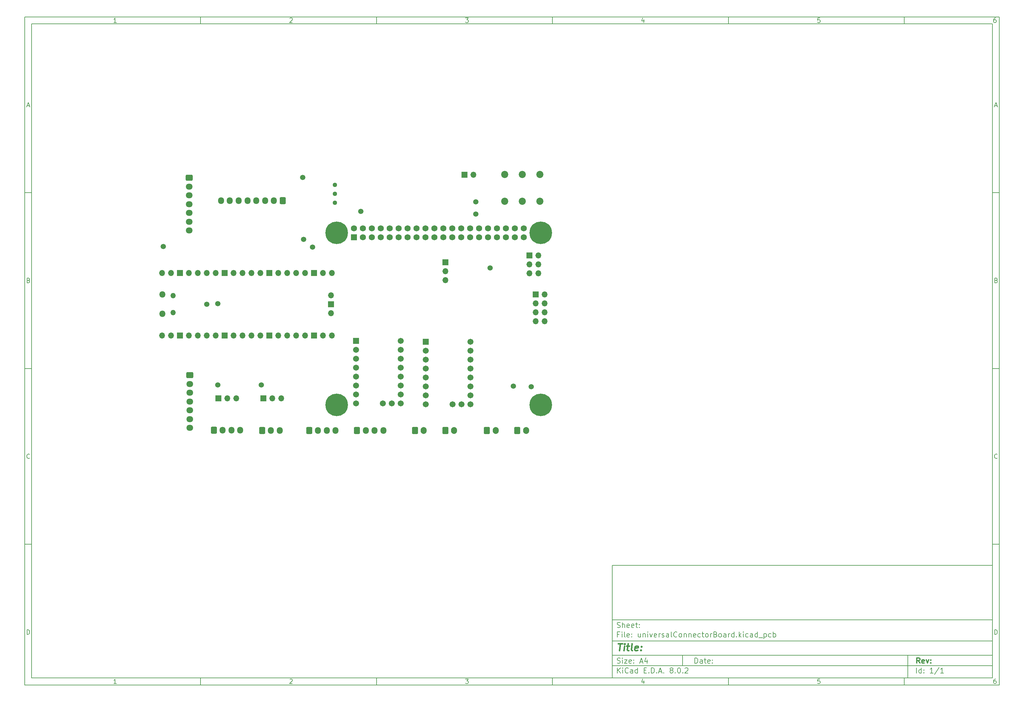
<source format=gbs>
G04 #@! TF.GenerationSoftware,KiCad,Pcbnew,8.0.2*
G04 #@! TF.CreationDate,2024-05-26T03:41:07+02:00*
G04 #@! TF.ProjectId,universalConnectorBoard,756e6976-6572-4736-916c-436f6e6e6563,rev?*
G04 #@! TF.SameCoordinates,Original*
G04 #@! TF.FileFunction,Soldermask,Bot*
G04 #@! TF.FilePolarity,Negative*
%FSLAX46Y46*%
G04 Gerber Fmt 4.6, Leading zero omitted, Abs format (unit mm)*
G04 Created by KiCad (PCBNEW 8.0.2) date 2024-05-26 03:41:07*
%MOMM*%
%LPD*%
G01*
G04 APERTURE LIST*
G04 Aperture macros list*
%AMRoundRect*
0 Rectangle with rounded corners*
0 $1 Rounding radius*
0 $2 $3 $4 $5 $6 $7 $8 $9 X,Y pos of 4 corners*
0 Add a 4 corners polygon primitive as box body*
4,1,4,$2,$3,$4,$5,$6,$7,$8,$9,$2,$3,0*
0 Add four circle primitives for the rounded corners*
1,1,$1+$1,$2,$3*
1,1,$1+$1,$4,$5*
1,1,$1+$1,$6,$7*
1,1,$1+$1,$8,$9*
0 Add four rect primitives between the rounded corners*
20,1,$1+$1,$2,$3,$4,$5,0*
20,1,$1+$1,$4,$5,$6,$7,0*
20,1,$1+$1,$6,$7,$8,$9,0*
20,1,$1+$1,$8,$9,$2,$3,0*%
G04 Aperture macros list end*
%ADD10C,0.100000*%
%ADD11C,0.150000*%
%ADD12C,0.300000*%
%ADD13C,0.400000*%
%ADD14O,1.800000X1.800000*%
%ADD15O,1.500000X1.500000*%
%ADD16O,1.700000X1.700000*%
%ADD17R,1.700000X1.700000*%
%ADD18C,1.280000*%
%ADD19RoundRect,0.102000X-0.762000X-0.762000X0.762000X-0.762000X0.762000X0.762000X-0.762000X0.762000X0*%
%ADD20C,1.728000*%
%ADD21C,6.404000*%
%ADD22RoundRect,0.250000X-0.725000X0.600000X-0.725000X-0.600000X0.725000X-0.600000X0.725000X0.600000X0*%
%ADD23O,1.950000X1.700000*%
%ADD24RoundRect,0.250000X-0.600000X-0.750000X0.600000X-0.750000X0.600000X0.750000X-0.600000X0.750000X0*%
%ADD25O,1.700000X2.000000*%
%ADD26RoundRect,0.250000X-0.600000X-0.725000X0.600000X-0.725000X0.600000X0.725000X-0.600000X0.725000X0*%
%ADD27O,1.700000X1.950000*%
%ADD28RoundRect,0.250000X0.600000X0.725000X-0.600000X0.725000X-0.600000X-0.725000X0.600000X-0.725000X0*%
%ADD29C,2.025000*%
%ADD30RoundRect,0.102000X-0.754000X-0.754000X0.754000X-0.754000X0.754000X0.754000X-0.754000X0.754000X0*%
%ADD31C,1.712000*%
%ADD32C,1.500000*%
G04 APERTURE END LIST*
D10*
D11*
X177002200Y-166007200D02*
X285002200Y-166007200D01*
X285002200Y-198007200D01*
X177002200Y-198007200D01*
X177002200Y-166007200D01*
D10*
D11*
X10000000Y-10000000D02*
X287002200Y-10000000D01*
X287002200Y-200007200D01*
X10000000Y-200007200D01*
X10000000Y-10000000D01*
D10*
D11*
X12000000Y-12000000D02*
X285002200Y-12000000D01*
X285002200Y-198007200D01*
X12000000Y-198007200D01*
X12000000Y-12000000D01*
D10*
D11*
X60000000Y-12000000D02*
X60000000Y-10000000D01*
D10*
D11*
X110000000Y-12000000D02*
X110000000Y-10000000D01*
D10*
D11*
X160000000Y-12000000D02*
X160000000Y-10000000D01*
D10*
D11*
X210000000Y-12000000D02*
X210000000Y-10000000D01*
D10*
D11*
X260000000Y-12000000D02*
X260000000Y-10000000D01*
D10*
D11*
X36089160Y-11593604D02*
X35346303Y-11593604D01*
X35717731Y-11593604D02*
X35717731Y-10293604D01*
X35717731Y-10293604D02*
X35593922Y-10479319D01*
X35593922Y-10479319D02*
X35470112Y-10603128D01*
X35470112Y-10603128D02*
X35346303Y-10665033D01*
D10*
D11*
X85346303Y-10417414D02*
X85408207Y-10355509D01*
X85408207Y-10355509D02*
X85532017Y-10293604D01*
X85532017Y-10293604D02*
X85841541Y-10293604D01*
X85841541Y-10293604D02*
X85965350Y-10355509D01*
X85965350Y-10355509D02*
X86027255Y-10417414D01*
X86027255Y-10417414D02*
X86089160Y-10541223D01*
X86089160Y-10541223D02*
X86089160Y-10665033D01*
X86089160Y-10665033D02*
X86027255Y-10850747D01*
X86027255Y-10850747D02*
X85284398Y-11593604D01*
X85284398Y-11593604D02*
X86089160Y-11593604D01*
D10*
D11*
X135284398Y-10293604D02*
X136089160Y-10293604D01*
X136089160Y-10293604D02*
X135655826Y-10788842D01*
X135655826Y-10788842D02*
X135841541Y-10788842D01*
X135841541Y-10788842D02*
X135965350Y-10850747D01*
X135965350Y-10850747D02*
X136027255Y-10912652D01*
X136027255Y-10912652D02*
X136089160Y-11036461D01*
X136089160Y-11036461D02*
X136089160Y-11345985D01*
X136089160Y-11345985D02*
X136027255Y-11469795D01*
X136027255Y-11469795D02*
X135965350Y-11531700D01*
X135965350Y-11531700D02*
X135841541Y-11593604D01*
X135841541Y-11593604D02*
X135470112Y-11593604D01*
X135470112Y-11593604D02*
X135346303Y-11531700D01*
X135346303Y-11531700D02*
X135284398Y-11469795D01*
D10*
D11*
X185965350Y-10726938D02*
X185965350Y-11593604D01*
X185655826Y-10231700D02*
X185346303Y-11160271D01*
X185346303Y-11160271D02*
X186151064Y-11160271D01*
D10*
D11*
X236027255Y-10293604D02*
X235408207Y-10293604D01*
X235408207Y-10293604D02*
X235346303Y-10912652D01*
X235346303Y-10912652D02*
X235408207Y-10850747D01*
X235408207Y-10850747D02*
X235532017Y-10788842D01*
X235532017Y-10788842D02*
X235841541Y-10788842D01*
X235841541Y-10788842D02*
X235965350Y-10850747D01*
X235965350Y-10850747D02*
X236027255Y-10912652D01*
X236027255Y-10912652D02*
X236089160Y-11036461D01*
X236089160Y-11036461D02*
X236089160Y-11345985D01*
X236089160Y-11345985D02*
X236027255Y-11469795D01*
X236027255Y-11469795D02*
X235965350Y-11531700D01*
X235965350Y-11531700D02*
X235841541Y-11593604D01*
X235841541Y-11593604D02*
X235532017Y-11593604D01*
X235532017Y-11593604D02*
X235408207Y-11531700D01*
X235408207Y-11531700D02*
X235346303Y-11469795D01*
D10*
D11*
X285965350Y-10293604D02*
X285717731Y-10293604D01*
X285717731Y-10293604D02*
X285593922Y-10355509D01*
X285593922Y-10355509D02*
X285532017Y-10417414D01*
X285532017Y-10417414D02*
X285408207Y-10603128D01*
X285408207Y-10603128D02*
X285346303Y-10850747D01*
X285346303Y-10850747D02*
X285346303Y-11345985D01*
X285346303Y-11345985D02*
X285408207Y-11469795D01*
X285408207Y-11469795D02*
X285470112Y-11531700D01*
X285470112Y-11531700D02*
X285593922Y-11593604D01*
X285593922Y-11593604D02*
X285841541Y-11593604D01*
X285841541Y-11593604D02*
X285965350Y-11531700D01*
X285965350Y-11531700D02*
X286027255Y-11469795D01*
X286027255Y-11469795D02*
X286089160Y-11345985D01*
X286089160Y-11345985D02*
X286089160Y-11036461D01*
X286089160Y-11036461D02*
X286027255Y-10912652D01*
X286027255Y-10912652D02*
X285965350Y-10850747D01*
X285965350Y-10850747D02*
X285841541Y-10788842D01*
X285841541Y-10788842D02*
X285593922Y-10788842D01*
X285593922Y-10788842D02*
X285470112Y-10850747D01*
X285470112Y-10850747D02*
X285408207Y-10912652D01*
X285408207Y-10912652D02*
X285346303Y-11036461D01*
D10*
D11*
X60000000Y-198007200D02*
X60000000Y-200007200D01*
D10*
D11*
X110000000Y-198007200D02*
X110000000Y-200007200D01*
D10*
D11*
X160000000Y-198007200D02*
X160000000Y-200007200D01*
D10*
D11*
X210000000Y-198007200D02*
X210000000Y-200007200D01*
D10*
D11*
X260000000Y-198007200D02*
X260000000Y-200007200D01*
D10*
D11*
X36089160Y-199600804D02*
X35346303Y-199600804D01*
X35717731Y-199600804D02*
X35717731Y-198300804D01*
X35717731Y-198300804D02*
X35593922Y-198486519D01*
X35593922Y-198486519D02*
X35470112Y-198610328D01*
X35470112Y-198610328D02*
X35346303Y-198672233D01*
D10*
D11*
X85346303Y-198424614D02*
X85408207Y-198362709D01*
X85408207Y-198362709D02*
X85532017Y-198300804D01*
X85532017Y-198300804D02*
X85841541Y-198300804D01*
X85841541Y-198300804D02*
X85965350Y-198362709D01*
X85965350Y-198362709D02*
X86027255Y-198424614D01*
X86027255Y-198424614D02*
X86089160Y-198548423D01*
X86089160Y-198548423D02*
X86089160Y-198672233D01*
X86089160Y-198672233D02*
X86027255Y-198857947D01*
X86027255Y-198857947D02*
X85284398Y-199600804D01*
X85284398Y-199600804D02*
X86089160Y-199600804D01*
D10*
D11*
X135284398Y-198300804D02*
X136089160Y-198300804D01*
X136089160Y-198300804D02*
X135655826Y-198796042D01*
X135655826Y-198796042D02*
X135841541Y-198796042D01*
X135841541Y-198796042D02*
X135965350Y-198857947D01*
X135965350Y-198857947D02*
X136027255Y-198919852D01*
X136027255Y-198919852D02*
X136089160Y-199043661D01*
X136089160Y-199043661D02*
X136089160Y-199353185D01*
X136089160Y-199353185D02*
X136027255Y-199476995D01*
X136027255Y-199476995D02*
X135965350Y-199538900D01*
X135965350Y-199538900D02*
X135841541Y-199600804D01*
X135841541Y-199600804D02*
X135470112Y-199600804D01*
X135470112Y-199600804D02*
X135346303Y-199538900D01*
X135346303Y-199538900D02*
X135284398Y-199476995D01*
D10*
D11*
X185965350Y-198734138D02*
X185965350Y-199600804D01*
X185655826Y-198238900D02*
X185346303Y-199167471D01*
X185346303Y-199167471D02*
X186151064Y-199167471D01*
D10*
D11*
X236027255Y-198300804D02*
X235408207Y-198300804D01*
X235408207Y-198300804D02*
X235346303Y-198919852D01*
X235346303Y-198919852D02*
X235408207Y-198857947D01*
X235408207Y-198857947D02*
X235532017Y-198796042D01*
X235532017Y-198796042D02*
X235841541Y-198796042D01*
X235841541Y-198796042D02*
X235965350Y-198857947D01*
X235965350Y-198857947D02*
X236027255Y-198919852D01*
X236027255Y-198919852D02*
X236089160Y-199043661D01*
X236089160Y-199043661D02*
X236089160Y-199353185D01*
X236089160Y-199353185D02*
X236027255Y-199476995D01*
X236027255Y-199476995D02*
X235965350Y-199538900D01*
X235965350Y-199538900D02*
X235841541Y-199600804D01*
X235841541Y-199600804D02*
X235532017Y-199600804D01*
X235532017Y-199600804D02*
X235408207Y-199538900D01*
X235408207Y-199538900D02*
X235346303Y-199476995D01*
D10*
D11*
X285965350Y-198300804D02*
X285717731Y-198300804D01*
X285717731Y-198300804D02*
X285593922Y-198362709D01*
X285593922Y-198362709D02*
X285532017Y-198424614D01*
X285532017Y-198424614D02*
X285408207Y-198610328D01*
X285408207Y-198610328D02*
X285346303Y-198857947D01*
X285346303Y-198857947D02*
X285346303Y-199353185D01*
X285346303Y-199353185D02*
X285408207Y-199476995D01*
X285408207Y-199476995D02*
X285470112Y-199538900D01*
X285470112Y-199538900D02*
X285593922Y-199600804D01*
X285593922Y-199600804D02*
X285841541Y-199600804D01*
X285841541Y-199600804D02*
X285965350Y-199538900D01*
X285965350Y-199538900D02*
X286027255Y-199476995D01*
X286027255Y-199476995D02*
X286089160Y-199353185D01*
X286089160Y-199353185D02*
X286089160Y-199043661D01*
X286089160Y-199043661D02*
X286027255Y-198919852D01*
X286027255Y-198919852D02*
X285965350Y-198857947D01*
X285965350Y-198857947D02*
X285841541Y-198796042D01*
X285841541Y-198796042D02*
X285593922Y-198796042D01*
X285593922Y-198796042D02*
X285470112Y-198857947D01*
X285470112Y-198857947D02*
X285408207Y-198919852D01*
X285408207Y-198919852D02*
X285346303Y-199043661D01*
D10*
D11*
X10000000Y-60000000D02*
X12000000Y-60000000D01*
D10*
D11*
X10000000Y-110000000D02*
X12000000Y-110000000D01*
D10*
D11*
X10000000Y-160000000D02*
X12000000Y-160000000D01*
D10*
D11*
X10690476Y-35222176D02*
X11309523Y-35222176D01*
X10566666Y-35593604D02*
X10999999Y-34293604D01*
X10999999Y-34293604D02*
X11433333Y-35593604D01*
D10*
D11*
X11092857Y-84912652D02*
X11278571Y-84974557D01*
X11278571Y-84974557D02*
X11340476Y-85036461D01*
X11340476Y-85036461D02*
X11402380Y-85160271D01*
X11402380Y-85160271D02*
X11402380Y-85345985D01*
X11402380Y-85345985D02*
X11340476Y-85469795D01*
X11340476Y-85469795D02*
X11278571Y-85531700D01*
X11278571Y-85531700D02*
X11154761Y-85593604D01*
X11154761Y-85593604D02*
X10659523Y-85593604D01*
X10659523Y-85593604D02*
X10659523Y-84293604D01*
X10659523Y-84293604D02*
X11092857Y-84293604D01*
X11092857Y-84293604D02*
X11216666Y-84355509D01*
X11216666Y-84355509D02*
X11278571Y-84417414D01*
X11278571Y-84417414D02*
X11340476Y-84541223D01*
X11340476Y-84541223D02*
X11340476Y-84665033D01*
X11340476Y-84665033D02*
X11278571Y-84788842D01*
X11278571Y-84788842D02*
X11216666Y-84850747D01*
X11216666Y-84850747D02*
X11092857Y-84912652D01*
X11092857Y-84912652D02*
X10659523Y-84912652D01*
D10*
D11*
X11402380Y-135469795D02*
X11340476Y-135531700D01*
X11340476Y-135531700D02*
X11154761Y-135593604D01*
X11154761Y-135593604D02*
X11030952Y-135593604D01*
X11030952Y-135593604D02*
X10845238Y-135531700D01*
X10845238Y-135531700D02*
X10721428Y-135407890D01*
X10721428Y-135407890D02*
X10659523Y-135284080D01*
X10659523Y-135284080D02*
X10597619Y-135036461D01*
X10597619Y-135036461D02*
X10597619Y-134850747D01*
X10597619Y-134850747D02*
X10659523Y-134603128D01*
X10659523Y-134603128D02*
X10721428Y-134479319D01*
X10721428Y-134479319D02*
X10845238Y-134355509D01*
X10845238Y-134355509D02*
X11030952Y-134293604D01*
X11030952Y-134293604D02*
X11154761Y-134293604D01*
X11154761Y-134293604D02*
X11340476Y-134355509D01*
X11340476Y-134355509D02*
X11402380Y-134417414D01*
D10*
D11*
X10659523Y-185593604D02*
X10659523Y-184293604D01*
X10659523Y-184293604D02*
X10969047Y-184293604D01*
X10969047Y-184293604D02*
X11154761Y-184355509D01*
X11154761Y-184355509D02*
X11278571Y-184479319D01*
X11278571Y-184479319D02*
X11340476Y-184603128D01*
X11340476Y-184603128D02*
X11402380Y-184850747D01*
X11402380Y-184850747D02*
X11402380Y-185036461D01*
X11402380Y-185036461D02*
X11340476Y-185284080D01*
X11340476Y-185284080D02*
X11278571Y-185407890D01*
X11278571Y-185407890D02*
X11154761Y-185531700D01*
X11154761Y-185531700D02*
X10969047Y-185593604D01*
X10969047Y-185593604D02*
X10659523Y-185593604D01*
D10*
D11*
X287002200Y-60000000D02*
X285002200Y-60000000D01*
D10*
D11*
X287002200Y-110000000D02*
X285002200Y-110000000D01*
D10*
D11*
X287002200Y-160000000D02*
X285002200Y-160000000D01*
D10*
D11*
X285692676Y-35222176D02*
X286311723Y-35222176D01*
X285568866Y-35593604D02*
X286002199Y-34293604D01*
X286002199Y-34293604D02*
X286435533Y-35593604D01*
D10*
D11*
X286095057Y-84912652D02*
X286280771Y-84974557D01*
X286280771Y-84974557D02*
X286342676Y-85036461D01*
X286342676Y-85036461D02*
X286404580Y-85160271D01*
X286404580Y-85160271D02*
X286404580Y-85345985D01*
X286404580Y-85345985D02*
X286342676Y-85469795D01*
X286342676Y-85469795D02*
X286280771Y-85531700D01*
X286280771Y-85531700D02*
X286156961Y-85593604D01*
X286156961Y-85593604D02*
X285661723Y-85593604D01*
X285661723Y-85593604D02*
X285661723Y-84293604D01*
X285661723Y-84293604D02*
X286095057Y-84293604D01*
X286095057Y-84293604D02*
X286218866Y-84355509D01*
X286218866Y-84355509D02*
X286280771Y-84417414D01*
X286280771Y-84417414D02*
X286342676Y-84541223D01*
X286342676Y-84541223D02*
X286342676Y-84665033D01*
X286342676Y-84665033D02*
X286280771Y-84788842D01*
X286280771Y-84788842D02*
X286218866Y-84850747D01*
X286218866Y-84850747D02*
X286095057Y-84912652D01*
X286095057Y-84912652D02*
X285661723Y-84912652D01*
D10*
D11*
X286404580Y-135469795D02*
X286342676Y-135531700D01*
X286342676Y-135531700D02*
X286156961Y-135593604D01*
X286156961Y-135593604D02*
X286033152Y-135593604D01*
X286033152Y-135593604D02*
X285847438Y-135531700D01*
X285847438Y-135531700D02*
X285723628Y-135407890D01*
X285723628Y-135407890D02*
X285661723Y-135284080D01*
X285661723Y-135284080D02*
X285599819Y-135036461D01*
X285599819Y-135036461D02*
X285599819Y-134850747D01*
X285599819Y-134850747D02*
X285661723Y-134603128D01*
X285661723Y-134603128D02*
X285723628Y-134479319D01*
X285723628Y-134479319D02*
X285847438Y-134355509D01*
X285847438Y-134355509D02*
X286033152Y-134293604D01*
X286033152Y-134293604D02*
X286156961Y-134293604D01*
X286156961Y-134293604D02*
X286342676Y-134355509D01*
X286342676Y-134355509D02*
X286404580Y-134417414D01*
D10*
D11*
X285661723Y-185593604D02*
X285661723Y-184293604D01*
X285661723Y-184293604D02*
X285971247Y-184293604D01*
X285971247Y-184293604D02*
X286156961Y-184355509D01*
X286156961Y-184355509D02*
X286280771Y-184479319D01*
X286280771Y-184479319D02*
X286342676Y-184603128D01*
X286342676Y-184603128D02*
X286404580Y-184850747D01*
X286404580Y-184850747D02*
X286404580Y-185036461D01*
X286404580Y-185036461D02*
X286342676Y-185284080D01*
X286342676Y-185284080D02*
X286280771Y-185407890D01*
X286280771Y-185407890D02*
X286156961Y-185531700D01*
X286156961Y-185531700D02*
X285971247Y-185593604D01*
X285971247Y-185593604D02*
X285661723Y-185593604D01*
D10*
D11*
X200458026Y-193793328D02*
X200458026Y-192293328D01*
X200458026Y-192293328D02*
X200815169Y-192293328D01*
X200815169Y-192293328D02*
X201029455Y-192364757D01*
X201029455Y-192364757D02*
X201172312Y-192507614D01*
X201172312Y-192507614D02*
X201243741Y-192650471D01*
X201243741Y-192650471D02*
X201315169Y-192936185D01*
X201315169Y-192936185D02*
X201315169Y-193150471D01*
X201315169Y-193150471D02*
X201243741Y-193436185D01*
X201243741Y-193436185D02*
X201172312Y-193579042D01*
X201172312Y-193579042D02*
X201029455Y-193721900D01*
X201029455Y-193721900D02*
X200815169Y-193793328D01*
X200815169Y-193793328D02*
X200458026Y-193793328D01*
X202600884Y-193793328D02*
X202600884Y-193007614D01*
X202600884Y-193007614D02*
X202529455Y-192864757D01*
X202529455Y-192864757D02*
X202386598Y-192793328D01*
X202386598Y-192793328D02*
X202100884Y-192793328D01*
X202100884Y-192793328D02*
X201958026Y-192864757D01*
X202600884Y-193721900D02*
X202458026Y-193793328D01*
X202458026Y-193793328D02*
X202100884Y-193793328D01*
X202100884Y-193793328D02*
X201958026Y-193721900D01*
X201958026Y-193721900D02*
X201886598Y-193579042D01*
X201886598Y-193579042D02*
X201886598Y-193436185D01*
X201886598Y-193436185D02*
X201958026Y-193293328D01*
X201958026Y-193293328D02*
X202100884Y-193221900D01*
X202100884Y-193221900D02*
X202458026Y-193221900D01*
X202458026Y-193221900D02*
X202600884Y-193150471D01*
X203100884Y-192793328D02*
X203672312Y-192793328D01*
X203315169Y-192293328D02*
X203315169Y-193579042D01*
X203315169Y-193579042D02*
X203386598Y-193721900D01*
X203386598Y-193721900D02*
X203529455Y-193793328D01*
X203529455Y-193793328D02*
X203672312Y-193793328D01*
X204743741Y-193721900D02*
X204600884Y-193793328D01*
X204600884Y-193793328D02*
X204315170Y-193793328D01*
X204315170Y-193793328D02*
X204172312Y-193721900D01*
X204172312Y-193721900D02*
X204100884Y-193579042D01*
X204100884Y-193579042D02*
X204100884Y-193007614D01*
X204100884Y-193007614D02*
X204172312Y-192864757D01*
X204172312Y-192864757D02*
X204315170Y-192793328D01*
X204315170Y-192793328D02*
X204600884Y-192793328D01*
X204600884Y-192793328D02*
X204743741Y-192864757D01*
X204743741Y-192864757D02*
X204815170Y-193007614D01*
X204815170Y-193007614D02*
X204815170Y-193150471D01*
X204815170Y-193150471D02*
X204100884Y-193293328D01*
X205458026Y-193650471D02*
X205529455Y-193721900D01*
X205529455Y-193721900D02*
X205458026Y-193793328D01*
X205458026Y-193793328D02*
X205386598Y-193721900D01*
X205386598Y-193721900D02*
X205458026Y-193650471D01*
X205458026Y-193650471D02*
X205458026Y-193793328D01*
X205458026Y-192864757D02*
X205529455Y-192936185D01*
X205529455Y-192936185D02*
X205458026Y-193007614D01*
X205458026Y-193007614D02*
X205386598Y-192936185D01*
X205386598Y-192936185D02*
X205458026Y-192864757D01*
X205458026Y-192864757D02*
X205458026Y-193007614D01*
D10*
D11*
X177002200Y-194507200D02*
X285002200Y-194507200D01*
D10*
D11*
X178458026Y-196593328D02*
X178458026Y-195093328D01*
X179315169Y-196593328D02*
X178672312Y-195736185D01*
X179315169Y-195093328D02*
X178458026Y-195950471D01*
X179958026Y-196593328D02*
X179958026Y-195593328D01*
X179958026Y-195093328D02*
X179886598Y-195164757D01*
X179886598Y-195164757D02*
X179958026Y-195236185D01*
X179958026Y-195236185D02*
X180029455Y-195164757D01*
X180029455Y-195164757D02*
X179958026Y-195093328D01*
X179958026Y-195093328D02*
X179958026Y-195236185D01*
X181529455Y-196450471D02*
X181458027Y-196521900D01*
X181458027Y-196521900D02*
X181243741Y-196593328D01*
X181243741Y-196593328D02*
X181100884Y-196593328D01*
X181100884Y-196593328D02*
X180886598Y-196521900D01*
X180886598Y-196521900D02*
X180743741Y-196379042D01*
X180743741Y-196379042D02*
X180672312Y-196236185D01*
X180672312Y-196236185D02*
X180600884Y-195950471D01*
X180600884Y-195950471D02*
X180600884Y-195736185D01*
X180600884Y-195736185D02*
X180672312Y-195450471D01*
X180672312Y-195450471D02*
X180743741Y-195307614D01*
X180743741Y-195307614D02*
X180886598Y-195164757D01*
X180886598Y-195164757D02*
X181100884Y-195093328D01*
X181100884Y-195093328D02*
X181243741Y-195093328D01*
X181243741Y-195093328D02*
X181458027Y-195164757D01*
X181458027Y-195164757D02*
X181529455Y-195236185D01*
X182815170Y-196593328D02*
X182815170Y-195807614D01*
X182815170Y-195807614D02*
X182743741Y-195664757D01*
X182743741Y-195664757D02*
X182600884Y-195593328D01*
X182600884Y-195593328D02*
X182315170Y-195593328D01*
X182315170Y-195593328D02*
X182172312Y-195664757D01*
X182815170Y-196521900D02*
X182672312Y-196593328D01*
X182672312Y-196593328D02*
X182315170Y-196593328D01*
X182315170Y-196593328D02*
X182172312Y-196521900D01*
X182172312Y-196521900D02*
X182100884Y-196379042D01*
X182100884Y-196379042D02*
X182100884Y-196236185D01*
X182100884Y-196236185D02*
X182172312Y-196093328D01*
X182172312Y-196093328D02*
X182315170Y-196021900D01*
X182315170Y-196021900D02*
X182672312Y-196021900D01*
X182672312Y-196021900D02*
X182815170Y-195950471D01*
X184172313Y-196593328D02*
X184172313Y-195093328D01*
X184172313Y-196521900D02*
X184029455Y-196593328D01*
X184029455Y-196593328D02*
X183743741Y-196593328D01*
X183743741Y-196593328D02*
X183600884Y-196521900D01*
X183600884Y-196521900D02*
X183529455Y-196450471D01*
X183529455Y-196450471D02*
X183458027Y-196307614D01*
X183458027Y-196307614D02*
X183458027Y-195879042D01*
X183458027Y-195879042D02*
X183529455Y-195736185D01*
X183529455Y-195736185D02*
X183600884Y-195664757D01*
X183600884Y-195664757D02*
X183743741Y-195593328D01*
X183743741Y-195593328D02*
X184029455Y-195593328D01*
X184029455Y-195593328D02*
X184172313Y-195664757D01*
X186029455Y-195807614D02*
X186529455Y-195807614D01*
X186743741Y-196593328D02*
X186029455Y-196593328D01*
X186029455Y-196593328D02*
X186029455Y-195093328D01*
X186029455Y-195093328D02*
X186743741Y-195093328D01*
X187386598Y-196450471D02*
X187458027Y-196521900D01*
X187458027Y-196521900D02*
X187386598Y-196593328D01*
X187386598Y-196593328D02*
X187315170Y-196521900D01*
X187315170Y-196521900D02*
X187386598Y-196450471D01*
X187386598Y-196450471D02*
X187386598Y-196593328D01*
X188100884Y-196593328D02*
X188100884Y-195093328D01*
X188100884Y-195093328D02*
X188458027Y-195093328D01*
X188458027Y-195093328D02*
X188672313Y-195164757D01*
X188672313Y-195164757D02*
X188815170Y-195307614D01*
X188815170Y-195307614D02*
X188886599Y-195450471D01*
X188886599Y-195450471D02*
X188958027Y-195736185D01*
X188958027Y-195736185D02*
X188958027Y-195950471D01*
X188958027Y-195950471D02*
X188886599Y-196236185D01*
X188886599Y-196236185D02*
X188815170Y-196379042D01*
X188815170Y-196379042D02*
X188672313Y-196521900D01*
X188672313Y-196521900D02*
X188458027Y-196593328D01*
X188458027Y-196593328D02*
X188100884Y-196593328D01*
X189600884Y-196450471D02*
X189672313Y-196521900D01*
X189672313Y-196521900D02*
X189600884Y-196593328D01*
X189600884Y-196593328D02*
X189529456Y-196521900D01*
X189529456Y-196521900D02*
X189600884Y-196450471D01*
X189600884Y-196450471D02*
X189600884Y-196593328D01*
X190243742Y-196164757D02*
X190958028Y-196164757D01*
X190100885Y-196593328D02*
X190600885Y-195093328D01*
X190600885Y-195093328D02*
X191100885Y-196593328D01*
X191600884Y-196450471D02*
X191672313Y-196521900D01*
X191672313Y-196521900D02*
X191600884Y-196593328D01*
X191600884Y-196593328D02*
X191529456Y-196521900D01*
X191529456Y-196521900D02*
X191600884Y-196450471D01*
X191600884Y-196450471D02*
X191600884Y-196593328D01*
X193672313Y-195736185D02*
X193529456Y-195664757D01*
X193529456Y-195664757D02*
X193458027Y-195593328D01*
X193458027Y-195593328D02*
X193386599Y-195450471D01*
X193386599Y-195450471D02*
X193386599Y-195379042D01*
X193386599Y-195379042D02*
X193458027Y-195236185D01*
X193458027Y-195236185D02*
X193529456Y-195164757D01*
X193529456Y-195164757D02*
X193672313Y-195093328D01*
X193672313Y-195093328D02*
X193958027Y-195093328D01*
X193958027Y-195093328D02*
X194100885Y-195164757D01*
X194100885Y-195164757D02*
X194172313Y-195236185D01*
X194172313Y-195236185D02*
X194243742Y-195379042D01*
X194243742Y-195379042D02*
X194243742Y-195450471D01*
X194243742Y-195450471D02*
X194172313Y-195593328D01*
X194172313Y-195593328D02*
X194100885Y-195664757D01*
X194100885Y-195664757D02*
X193958027Y-195736185D01*
X193958027Y-195736185D02*
X193672313Y-195736185D01*
X193672313Y-195736185D02*
X193529456Y-195807614D01*
X193529456Y-195807614D02*
X193458027Y-195879042D01*
X193458027Y-195879042D02*
X193386599Y-196021900D01*
X193386599Y-196021900D02*
X193386599Y-196307614D01*
X193386599Y-196307614D02*
X193458027Y-196450471D01*
X193458027Y-196450471D02*
X193529456Y-196521900D01*
X193529456Y-196521900D02*
X193672313Y-196593328D01*
X193672313Y-196593328D02*
X193958027Y-196593328D01*
X193958027Y-196593328D02*
X194100885Y-196521900D01*
X194100885Y-196521900D02*
X194172313Y-196450471D01*
X194172313Y-196450471D02*
X194243742Y-196307614D01*
X194243742Y-196307614D02*
X194243742Y-196021900D01*
X194243742Y-196021900D02*
X194172313Y-195879042D01*
X194172313Y-195879042D02*
X194100885Y-195807614D01*
X194100885Y-195807614D02*
X193958027Y-195736185D01*
X194886598Y-196450471D02*
X194958027Y-196521900D01*
X194958027Y-196521900D02*
X194886598Y-196593328D01*
X194886598Y-196593328D02*
X194815170Y-196521900D01*
X194815170Y-196521900D02*
X194886598Y-196450471D01*
X194886598Y-196450471D02*
X194886598Y-196593328D01*
X195886599Y-195093328D02*
X196029456Y-195093328D01*
X196029456Y-195093328D02*
X196172313Y-195164757D01*
X196172313Y-195164757D02*
X196243742Y-195236185D01*
X196243742Y-195236185D02*
X196315170Y-195379042D01*
X196315170Y-195379042D02*
X196386599Y-195664757D01*
X196386599Y-195664757D02*
X196386599Y-196021900D01*
X196386599Y-196021900D02*
X196315170Y-196307614D01*
X196315170Y-196307614D02*
X196243742Y-196450471D01*
X196243742Y-196450471D02*
X196172313Y-196521900D01*
X196172313Y-196521900D02*
X196029456Y-196593328D01*
X196029456Y-196593328D02*
X195886599Y-196593328D01*
X195886599Y-196593328D02*
X195743742Y-196521900D01*
X195743742Y-196521900D02*
X195672313Y-196450471D01*
X195672313Y-196450471D02*
X195600884Y-196307614D01*
X195600884Y-196307614D02*
X195529456Y-196021900D01*
X195529456Y-196021900D02*
X195529456Y-195664757D01*
X195529456Y-195664757D02*
X195600884Y-195379042D01*
X195600884Y-195379042D02*
X195672313Y-195236185D01*
X195672313Y-195236185D02*
X195743742Y-195164757D01*
X195743742Y-195164757D02*
X195886599Y-195093328D01*
X197029455Y-196450471D02*
X197100884Y-196521900D01*
X197100884Y-196521900D02*
X197029455Y-196593328D01*
X197029455Y-196593328D02*
X196958027Y-196521900D01*
X196958027Y-196521900D02*
X197029455Y-196450471D01*
X197029455Y-196450471D02*
X197029455Y-196593328D01*
X197672313Y-195236185D02*
X197743741Y-195164757D01*
X197743741Y-195164757D02*
X197886599Y-195093328D01*
X197886599Y-195093328D02*
X198243741Y-195093328D01*
X198243741Y-195093328D02*
X198386599Y-195164757D01*
X198386599Y-195164757D02*
X198458027Y-195236185D01*
X198458027Y-195236185D02*
X198529456Y-195379042D01*
X198529456Y-195379042D02*
X198529456Y-195521900D01*
X198529456Y-195521900D02*
X198458027Y-195736185D01*
X198458027Y-195736185D02*
X197600884Y-196593328D01*
X197600884Y-196593328D02*
X198529456Y-196593328D01*
D10*
D11*
X177002200Y-191507200D02*
X285002200Y-191507200D01*
D10*
D12*
X264413853Y-193785528D02*
X263913853Y-193071242D01*
X263556710Y-193785528D02*
X263556710Y-192285528D01*
X263556710Y-192285528D02*
X264128139Y-192285528D01*
X264128139Y-192285528D02*
X264270996Y-192356957D01*
X264270996Y-192356957D02*
X264342425Y-192428385D01*
X264342425Y-192428385D02*
X264413853Y-192571242D01*
X264413853Y-192571242D02*
X264413853Y-192785528D01*
X264413853Y-192785528D02*
X264342425Y-192928385D01*
X264342425Y-192928385D02*
X264270996Y-192999814D01*
X264270996Y-192999814D02*
X264128139Y-193071242D01*
X264128139Y-193071242D02*
X263556710Y-193071242D01*
X265628139Y-193714100D02*
X265485282Y-193785528D01*
X265485282Y-193785528D02*
X265199568Y-193785528D01*
X265199568Y-193785528D02*
X265056710Y-193714100D01*
X265056710Y-193714100D02*
X264985282Y-193571242D01*
X264985282Y-193571242D02*
X264985282Y-192999814D01*
X264985282Y-192999814D02*
X265056710Y-192856957D01*
X265056710Y-192856957D02*
X265199568Y-192785528D01*
X265199568Y-192785528D02*
X265485282Y-192785528D01*
X265485282Y-192785528D02*
X265628139Y-192856957D01*
X265628139Y-192856957D02*
X265699568Y-192999814D01*
X265699568Y-192999814D02*
X265699568Y-193142671D01*
X265699568Y-193142671D02*
X264985282Y-193285528D01*
X266199567Y-192785528D02*
X266556710Y-193785528D01*
X266556710Y-193785528D02*
X266913853Y-192785528D01*
X267485281Y-193642671D02*
X267556710Y-193714100D01*
X267556710Y-193714100D02*
X267485281Y-193785528D01*
X267485281Y-193785528D02*
X267413853Y-193714100D01*
X267413853Y-193714100D02*
X267485281Y-193642671D01*
X267485281Y-193642671D02*
X267485281Y-193785528D01*
X267485281Y-192856957D02*
X267556710Y-192928385D01*
X267556710Y-192928385D02*
X267485281Y-192999814D01*
X267485281Y-192999814D02*
X267413853Y-192928385D01*
X267413853Y-192928385D02*
X267485281Y-192856957D01*
X267485281Y-192856957D02*
X267485281Y-192999814D01*
D10*
D11*
X178386598Y-193721900D02*
X178600884Y-193793328D01*
X178600884Y-193793328D02*
X178958026Y-193793328D01*
X178958026Y-193793328D02*
X179100884Y-193721900D01*
X179100884Y-193721900D02*
X179172312Y-193650471D01*
X179172312Y-193650471D02*
X179243741Y-193507614D01*
X179243741Y-193507614D02*
X179243741Y-193364757D01*
X179243741Y-193364757D02*
X179172312Y-193221900D01*
X179172312Y-193221900D02*
X179100884Y-193150471D01*
X179100884Y-193150471D02*
X178958026Y-193079042D01*
X178958026Y-193079042D02*
X178672312Y-193007614D01*
X178672312Y-193007614D02*
X178529455Y-192936185D01*
X178529455Y-192936185D02*
X178458026Y-192864757D01*
X178458026Y-192864757D02*
X178386598Y-192721900D01*
X178386598Y-192721900D02*
X178386598Y-192579042D01*
X178386598Y-192579042D02*
X178458026Y-192436185D01*
X178458026Y-192436185D02*
X178529455Y-192364757D01*
X178529455Y-192364757D02*
X178672312Y-192293328D01*
X178672312Y-192293328D02*
X179029455Y-192293328D01*
X179029455Y-192293328D02*
X179243741Y-192364757D01*
X179886597Y-193793328D02*
X179886597Y-192793328D01*
X179886597Y-192293328D02*
X179815169Y-192364757D01*
X179815169Y-192364757D02*
X179886597Y-192436185D01*
X179886597Y-192436185D02*
X179958026Y-192364757D01*
X179958026Y-192364757D02*
X179886597Y-192293328D01*
X179886597Y-192293328D02*
X179886597Y-192436185D01*
X180458026Y-192793328D02*
X181243741Y-192793328D01*
X181243741Y-192793328D02*
X180458026Y-193793328D01*
X180458026Y-193793328D02*
X181243741Y-193793328D01*
X182386598Y-193721900D02*
X182243741Y-193793328D01*
X182243741Y-193793328D02*
X181958027Y-193793328D01*
X181958027Y-193793328D02*
X181815169Y-193721900D01*
X181815169Y-193721900D02*
X181743741Y-193579042D01*
X181743741Y-193579042D02*
X181743741Y-193007614D01*
X181743741Y-193007614D02*
X181815169Y-192864757D01*
X181815169Y-192864757D02*
X181958027Y-192793328D01*
X181958027Y-192793328D02*
X182243741Y-192793328D01*
X182243741Y-192793328D02*
X182386598Y-192864757D01*
X182386598Y-192864757D02*
X182458027Y-193007614D01*
X182458027Y-193007614D02*
X182458027Y-193150471D01*
X182458027Y-193150471D02*
X181743741Y-193293328D01*
X183100883Y-193650471D02*
X183172312Y-193721900D01*
X183172312Y-193721900D02*
X183100883Y-193793328D01*
X183100883Y-193793328D02*
X183029455Y-193721900D01*
X183029455Y-193721900D02*
X183100883Y-193650471D01*
X183100883Y-193650471D02*
X183100883Y-193793328D01*
X183100883Y-192864757D02*
X183172312Y-192936185D01*
X183172312Y-192936185D02*
X183100883Y-193007614D01*
X183100883Y-193007614D02*
X183029455Y-192936185D01*
X183029455Y-192936185D02*
X183100883Y-192864757D01*
X183100883Y-192864757D02*
X183100883Y-193007614D01*
X184886598Y-193364757D02*
X185600884Y-193364757D01*
X184743741Y-193793328D02*
X185243741Y-192293328D01*
X185243741Y-192293328D02*
X185743741Y-193793328D01*
X186886598Y-192793328D02*
X186886598Y-193793328D01*
X186529455Y-192221900D02*
X186172312Y-193293328D01*
X186172312Y-193293328D02*
X187100883Y-193293328D01*
D10*
D11*
X263458026Y-196593328D02*
X263458026Y-195093328D01*
X264815170Y-196593328D02*
X264815170Y-195093328D01*
X264815170Y-196521900D02*
X264672312Y-196593328D01*
X264672312Y-196593328D02*
X264386598Y-196593328D01*
X264386598Y-196593328D02*
X264243741Y-196521900D01*
X264243741Y-196521900D02*
X264172312Y-196450471D01*
X264172312Y-196450471D02*
X264100884Y-196307614D01*
X264100884Y-196307614D02*
X264100884Y-195879042D01*
X264100884Y-195879042D02*
X264172312Y-195736185D01*
X264172312Y-195736185D02*
X264243741Y-195664757D01*
X264243741Y-195664757D02*
X264386598Y-195593328D01*
X264386598Y-195593328D02*
X264672312Y-195593328D01*
X264672312Y-195593328D02*
X264815170Y-195664757D01*
X265529455Y-196450471D02*
X265600884Y-196521900D01*
X265600884Y-196521900D02*
X265529455Y-196593328D01*
X265529455Y-196593328D02*
X265458027Y-196521900D01*
X265458027Y-196521900D02*
X265529455Y-196450471D01*
X265529455Y-196450471D02*
X265529455Y-196593328D01*
X265529455Y-195664757D02*
X265600884Y-195736185D01*
X265600884Y-195736185D02*
X265529455Y-195807614D01*
X265529455Y-195807614D02*
X265458027Y-195736185D01*
X265458027Y-195736185D02*
X265529455Y-195664757D01*
X265529455Y-195664757D02*
X265529455Y-195807614D01*
X268172313Y-196593328D02*
X267315170Y-196593328D01*
X267743741Y-196593328D02*
X267743741Y-195093328D01*
X267743741Y-195093328D02*
X267600884Y-195307614D01*
X267600884Y-195307614D02*
X267458027Y-195450471D01*
X267458027Y-195450471D02*
X267315170Y-195521900D01*
X269886598Y-195021900D02*
X268600884Y-196950471D01*
X271172313Y-196593328D02*
X270315170Y-196593328D01*
X270743741Y-196593328D02*
X270743741Y-195093328D01*
X270743741Y-195093328D02*
X270600884Y-195307614D01*
X270600884Y-195307614D02*
X270458027Y-195450471D01*
X270458027Y-195450471D02*
X270315170Y-195521900D01*
D10*
D11*
X177002200Y-187507200D02*
X285002200Y-187507200D01*
D10*
D13*
X178693928Y-188211638D02*
X179836785Y-188211638D01*
X179015357Y-190211638D02*
X179265357Y-188211638D01*
X180253452Y-190211638D02*
X180420119Y-188878304D01*
X180503452Y-188211638D02*
X180396309Y-188306876D01*
X180396309Y-188306876D02*
X180479643Y-188402114D01*
X180479643Y-188402114D02*
X180586786Y-188306876D01*
X180586786Y-188306876D02*
X180503452Y-188211638D01*
X180503452Y-188211638D02*
X180479643Y-188402114D01*
X181086786Y-188878304D02*
X181848690Y-188878304D01*
X181455833Y-188211638D02*
X181241548Y-189925923D01*
X181241548Y-189925923D02*
X181312976Y-190116400D01*
X181312976Y-190116400D02*
X181491548Y-190211638D01*
X181491548Y-190211638D02*
X181682024Y-190211638D01*
X182634405Y-190211638D02*
X182455833Y-190116400D01*
X182455833Y-190116400D02*
X182384405Y-189925923D01*
X182384405Y-189925923D02*
X182598690Y-188211638D01*
X184170119Y-190116400D02*
X183967738Y-190211638D01*
X183967738Y-190211638D02*
X183586785Y-190211638D01*
X183586785Y-190211638D02*
X183408214Y-190116400D01*
X183408214Y-190116400D02*
X183336785Y-189925923D01*
X183336785Y-189925923D02*
X183432024Y-189164019D01*
X183432024Y-189164019D02*
X183551071Y-188973542D01*
X183551071Y-188973542D02*
X183753452Y-188878304D01*
X183753452Y-188878304D02*
X184134404Y-188878304D01*
X184134404Y-188878304D02*
X184312976Y-188973542D01*
X184312976Y-188973542D02*
X184384404Y-189164019D01*
X184384404Y-189164019D02*
X184360595Y-189354495D01*
X184360595Y-189354495D02*
X183384404Y-189544971D01*
X185134405Y-190021161D02*
X185217738Y-190116400D01*
X185217738Y-190116400D02*
X185110595Y-190211638D01*
X185110595Y-190211638D02*
X185027262Y-190116400D01*
X185027262Y-190116400D02*
X185134405Y-190021161D01*
X185134405Y-190021161D02*
X185110595Y-190211638D01*
X185265357Y-188973542D02*
X185348690Y-189068780D01*
X185348690Y-189068780D02*
X185241548Y-189164019D01*
X185241548Y-189164019D02*
X185158214Y-189068780D01*
X185158214Y-189068780D02*
X185265357Y-188973542D01*
X185265357Y-188973542D02*
X185241548Y-189164019D01*
D10*
D11*
X178958026Y-185607614D02*
X178458026Y-185607614D01*
X178458026Y-186393328D02*
X178458026Y-184893328D01*
X178458026Y-184893328D02*
X179172312Y-184893328D01*
X179743740Y-186393328D02*
X179743740Y-185393328D01*
X179743740Y-184893328D02*
X179672312Y-184964757D01*
X179672312Y-184964757D02*
X179743740Y-185036185D01*
X179743740Y-185036185D02*
X179815169Y-184964757D01*
X179815169Y-184964757D02*
X179743740Y-184893328D01*
X179743740Y-184893328D02*
X179743740Y-185036185D01*
X180672312Y-186393328D02*
X180529455Y-186321900D01*
X180529455Y-186321900D02*
X180458026Y-186179042D01*
X180458026Y-186179042D02*
X180458026Y-184893328D01*
X181815169Y-186321900D02*
X181672312Y-186393328D01*
X181672312Y-186393328D02*
X181386598Y-186393328D01*
X181386598Y-186393328D02*
X181243740Y-186321900D01*
X181243740Y-186321900D02*
X181172312Y-186179042D01*
X181172312Y-186179042D02*
X181172312Y-185607614D01*
X181172312Y-185607614D02*
X181243740Y-185464757D01*
X181243740Y-185464757D02*
X181386598Y-185393328D01*
X181386598Y-185393328D02*
X181672312Y-185393328D01*
X181672312Y-185393328D02*
X181815169Y-185464757D01*
X181815169Y-185464757D02*
X181886598Y-185607614D01*
X181886598Y-185607614D02*
X181886598Y-185750471D01*
X181886598Y-185750471D02*
X181172312Y-185893328D01*
X182529454Y-186250471D02*
X182600883Y-186321900D01*
X182600883Y-186321900D02*
X182529454Y-186393328D01*
X182529454Y-186393328D02*
X182458026Y-186321900D01*
X182458026Y-186321900D02*
X182529454Y-186250471D01*
X182529454Y-186250471D02*
X182529454Y-186393328D01*
X182529454Y-185464757D02*
X182600883Y-185536185D01*
X182600883Y-185536185D02*
X182529454Y-185607614D01*
X182529454Y-185607614D02*
X182458026Y-185536185D01*
X182458026Y-185536185D02*
X182529454Y-185464757D01*
X182529454Y-185464757D02*
X182529454Y-185607614D01*
X185029455Y-185393328D02*
X185029455Y-186393328D01*
X184386597Y-185393328D02*
X184386597Y-186179042D01*
X184386597Y-186179042D02*
X184458026Y-186321900D01*
X184458026Y-186321900D02*
X184600883Y-186393328D01*
X184600883Y-186393328D02*
X184815169Y-186393328D01*
X184815169Y-186393328D02*
X184958026Y-186321900D01*
X184958026Y-186321900D02*
X185029455Y-186250471D01*
X185743740Y-185393328D02*
X185743740Y-186393328D01*
X185743740Y-185536185D02*
X185815169Y-185464757D01*
X185815169Y-185464757D02*
X185958026Y-185393328D01*
X185958026Y-185393328D02*
X186172312Y-185393328D01*
X186172312Y-185393328D02*
X186315169Y-185464757D01*
X186315169Y-185464757D02*
X186386598Y-185607614D01*
X186386598Y-185607614D02*
X186386598Y-186393328D01*
X187100883Y-186393328D02*
X187100883Y-185393328D01*
X187100883Y-184893328D02*
X187029455Y-184964757D01*
X187029455Y-184964757D02*
X187100883Y-185036185D01*
X187100883Y-185036185D02*
X187172312Y-184964757D01*
X187172312Y-184964757D02*
X187100883Y-184893328D01*
X187100883Y-184893328D02*
X187100883Y-185036185D01*
X187672312Y-185393328D02*
X188029455Y-186393328D01*
X188029455Y-186393328D02*
X188386598Y-185393328D01*
X189529455Y-186321900D02*
X189386598Y-186393328D01*
X189386598Y-186393328D02*
X189100884Y-186393328D01*
X189100884Y-186393328D02*
X188958026Y-186321900D01*
X188958026Y-186321900D02*
X188886598Y-186179042D01*
X188886598Y-186179042D02*
X188886598Y-185607614D01*
X188886598Y-185607614D02*
X188958026Y-185464757D01*
X188958026Y-185464757D02*
X189100884Y-185393328D01*
X189100884Y-185393328D02*
X189386598Y-185393328D01*
X189386598Y-185393328D02*
X189529455Y-185464757D01*
X189529455Y-185464757D02*
X189600884Y-185607614D01*
X189600884Y-185607614D02*
X189600884Y-185750471D01*
X189600884Y-185750471D02*
X188886598Y-185893328D01*
X190243740Y-186393328D02*
X190243740Y-185393328D01*
X190243740Y-185679042D02*
X190315169Y-185536185D01*
X190315169Y-185536185D02*
X190386598Y-185464757D01*
X190386598Y-185464757D02*
X190529455Y-185393328D01*
X190529455Y-185393328D02*
X190672312Y-185393328D01*
X191100883Y-186321900D02*
X191243740Y-186393328D01*
X191243740Y-186393328D02*
X191529454Y-186393328D01*
X191529454Y-186393328D02*
X191672311Y-186321900D01*
X191672311Y-186321900D02*
X191743740Y-186179042D01*
X191743740Y-186179042D02*
X191743740Y-186107614D01*
X191743740Y-186107614D02*
X191672311Y-185964757D01*
X191672311Y-185964757D02*
X191529454Y-185893328D01*
X191529454Y-185893328D02*
X191315169Y-185893328D01*
X191315169Y-185893328D02*
X191172311Y-185821900D01*
X191172311Y-185821900D02*
X191100883Y-185679042D01*
X191100883Y-185679042D02*
X191100883Y-185607614D01*
X191100883Y-185607614D02*
X191172311Y-185464757D01*
X191172311Y-185464757D02*
X191315169Y-185393328D01*
X191315169Y-185393328D02*
X191529454Y-185393328D01*
X191529454Y-185393328D02*
X191672311Y-185464757D01*
X193029455Y-186393328D02*
X193029455Y-185607614D01*
X193029455Y-185607614D02*
X192958026Y-185464757D01*
X192958026Y-185464757D02*
X192815169Y-185393328D01*
X192815169Y-185393328D02*
X192529455Y-185393328D01*
X192529455Y-185393328D02*
X192386597Y-185464757D01*
X193029455Y-186321900D02*
X192886597Y-186393328D01*
X192886597Y-186393328D02*
X192529455Y-186393328D01*
X192529455Y-186393328D02*
X192386597Y-186321900D01*
X192386597Y-186321900D02*
X192315169Y-186179042D01*
X192315169Y-186179042D02*
X192315169Y-186036185D01*
X192315169Y-186036185D02*
X192386597Y-185893328D01*
X192386597Y-185893328D02*
X192529455Y-185821900D01*
X192529455Y-185821900D02*
X192886597Y-185821900D01*
X192886597Y-185821900D02*
X193029455Y-185750471D01*
X193958026Y-186393328D02*
X193815169Y-186321900D01*
X193815169Y-186321900D02*
X193743740Y-186179042D01*
X193743740Y-186179042D02*
X193743740Y-184893328D01*
X195386597Y-186250471D02*
X195315169Y-186321900D01*
X195315169Y-186321900D02*
X195100883Y-186393328D01*
X195100883Y-186393328D02*
X194958026Y-186393328D01*
X194958026Y-186393328D02*
X194743740Y-186321900D01*
X194743740Y-186321900D02*
X194600883Y-186179042D01*
X194600883Y-186179042D02*
X194529454Y-186036185D01*
X194529454Y-186036185D02*
X194458026Y-185750471D01*
X194458026Y-185750471D02*
X194458026Y-185536185D01*
X194458026Y-185536185D02*
X194529454Y-185250471D01*
X194529454Y-185250471D02*
X194600883Y-185107614D01*
X194600883Y-185107614D02*
X194743740Y-184964757D01*
X194743740Y-184964757D02*
X194958026Y-184893328D01*
X194958026Y-184893328D02*
X195100883Y-184893328D01*
X195100883Y-184893328D02*
X195315169Y-184964757D01*
X195315169Y-184964757D02*
X195386597Y-185036185D01*
X196243740Y-186393328D02*
X196100883Y-186321900D01*
X196100883Y-186321900D02*
X196029454Y-186250471D01*
X196029454Y-186250471D02*
X195958026Y-186107614D01*
X195958026Y-186107614D02*
X195958026Y-185679042D01*
X195958026Y-185679042D02*
X196029454Y-185536185D01*
X196029454Y-185536185D02*
X196100883Y-185464757D01*
X196100883Y-185464757D02*
X196243740Y-185393328D01*
X196243740Y-185393328D02*
X196458026Y-185393328D01*
X196458026Y-185393328D02*
X196600883Y-185464757D01*
X196600883Y-185464757D02*
X196672312Y-185536185D01*
X196672312Y-185536185D02*
X196743740Y-185679042D01*
X196743740Y-185679042D02*
X196743740Y-186107614D01*
X196743740Y-186107614D02*
X196672312Y-186250471D01*
X196672312Y-186250471D02*
X196600883Y-186321900D01*
X196600883Y-186321900D02*
X196458026Y-186393328D01*
X196458026Y-186393328D02*
X196243740Y-186393328D01*
X197386597Y-185393328D02*
X197386597Y-186393328D01*
X197386597Y-185536185D02*
X197458026Y-185464757D01*
X197458026Y-185464757D02*
X197600883Y-185393328D01*
X197600883Y-185393328D02*
X197815169Y-185393328D01*
X197815169Y-185393328D02*
X197958026Y-185464757D01*
X197958026Y-185464757D02*
X198029455Y-185607614D01*
X198029455Y-185607614D02*
X198029455Y-186393328D01*
X198743740Y-185393328D02*
X198743740Y-186393328D01*
X198743740Y-185536185D02*
X198815169Y-185464757D01*
X198815169Y-185464757D02*
X198958026Y-185393328D01*
X198958026Y-185393328D02*
X199172312Y-185393328D01*
X199172312Y-185393328D02*
X199315169Y-185464757D01*
X199315169Y-185464757D02*
X199386598Y-185607614D01*
X199386598Y-185607614D02*
X199386598Y-186393328D01*
X200672312Y-186321900D02*
X200529455Y-186393328D01*
X200529455Y-186393328D02*
X200243741Y-186393328D01*
X200243741Y-186393328D02*
X200100883Y-186321900D01*
X200100883Y-186321900D02*
X200029455Y-186179042D01*
X200029455Y-186179042D02*
X200029455Y-185607614D01*
X200029455Y-185607614D02*
X200100883Y-185464757D01*
X200100883Y-185464757D02*
X200243741Y-185393328D01*
X200243741Y-185393328D02*
X200529455Y-185393328D01*
X200529455Y-185393328D02*
X200672312Y-185464757D01*
X200672312Y-185464757D02*
X200743741Y-185607614D01*
X200743741Y-185607614D02*
X200743741Y-185750471D01*
X200743741Y-185750471D02*
X200029455Y-185893328D01*
X202029455Y-186321900D02*
X201886597Y-186393328D01*
X201886597Y-186393328D02*
X201600883Y-186393328D01*
X201600883Y-186393328D02*
X201458026Y-186321900D01*
X201458026Y-186321900D02*
X201386597Y-186250471D01*
X201386597Y-186250471D02*
X201315169Y-186107614D01*
X201315169Y-186107614D02*
X201315169Y-185679042D01*
X201315169Y-185679042D02*
X201386597Y-185536185D01*
X201386597Y-185536185D02*
X201458026Y-185464757D01*
X201458026Y-185464757D02*
X201600883Y-185393328D01*
X201600883Y-185393328D02*
X201886597Y-185393328D01*
X201886597Y-185393328D02*
X202029455Y-185464757D01*
X202458026Y-185393328D02*
X203029454Y-185393328D01*
X202672311Y-184893328D02*
X202672311Y-186179042D01*
X202672311Y-186179042D02*
X202743740Y-186321900D01*
X202743740Y-186321900D02*
X202886597Y-186393328D01*
X202886597Y-186393328D02*
X203029454Y-186393328D01*
X203743740Y-186393328D02*
X203600883Y-186321900D01*
X203600883Y-186321900D02*
X203529454Y-186250471D01*
X203529454Y-186250471D02*
X203458026Y-186107614D01*
X203458026Y-186107614D02*
X203458026Y-185679042D01*
X203458026Y-185679042D02*
X203529454Y-185536185D01*
X203529454Y-185536185D02*
X203600883Y-185464757D01*
X203600883Y-185464757D02*
X203743740Y-185393328D01*
X203743740Y-185393328D02*
X203958026Y-185393328D01*
X203958026Y-185393328D02*
X204100883Y-185464757D01*
X204100883Y-185464757D02*
X204172312Y-185536185D01*
X204172312Y-185536185D02*
X204243740Y-185679042D01*
X204243740Y-185679042D02*
X204243740Y-186107614D01*
X204243740Y-186107614D02*
X204172312Y-186250471D01*
X204172312Y-186250471D02*
X204100883Y-186321900D01*
X204100883Y-186321900D02*
X203958026Y-186393328D01*
X203958026Y-186393328D02*
X203743740Y-186393328D01*
X204886597Y-186393328D02*
X204886597Y-185393328D01*
X204886597Y-185679042D02*
X204958026Y-185536185D01*
X204958026Y-185536185D02*
X205029455Y-185464757D01*
X205029455Y-185464757D02*
X205172312Y-185393328D01*
X205172312Y-185393328D02*
X205315169Y-185393328D01*
X206315168Y-185607614D02*
X206529454Y-185679042D01*
X206529454Y-185679042D02*
X206600883Y-185750471D01*
X206600883Y-185750471D02*
X206672311Y-185893328D01*
X206672311Y-185893328D02*
X206672311Y-186107614D01*
X206672311Y-186107614D02*
X206600883Y-186250471D01*
X206600883Y-186250471D02*
X206529454Y-186321900D01*
X206529454Y-186321900D02*
X206386597Y-186393328D01*
X206386597Y-186393328D02*
X205815168Y-186393328D01*
X205815168Y-186393328D02*
X205815168Y-184893328D01*
X205815168Y-184893328D02*
X206315168Y-184893328D01*
X206315168Y-184893328D02*
X206458026Y-184964757D01*
X206458026Y-184964757D02*
X206529454Y-185036185D01*
X206529454Y-185036185D02*
X206600883Y-185179042D01*
X206600883Y-185179042D02*
X206600883Y-185321900D01*
X206600883Y-185321900D02*
X206529454Y-185464757D01*
X206529454Y-185464757D02*
X206458026Y-185536185D01*
X206458026Y-185536185D02*
X206315168Y-185607614D01*
X206315168Y-185607614D02*
X205815168Y-185607614D01*
X207529454Y-186393328D02*
X207386597Y-186321900D01*
X207386597Y-186321900D02*
X207315168Y-186250471D01*
X207315168Y-186250471D02*
X207243740Y-186107614D01*
X207243740Y-186107614D02*
X207243740Y-185679042D01*
X207243740Y-185679042D02*
X207315168Y-185536185D01*
X207315168Y-185536185D02*
X207386597Y-185464757D01*
X207386597Y-185464757D02*
X207529454Y-185393328D01*
X207529454Y-185393328D02*
X207743740Y-185393328D01*
X207743740Y-185393328D02*
X207886597Y-185464757D01*
X207886597Y-185464757D02*
X207958026Y-185536185D01*
X207958026Y-185536185D02*
X208029454Y-185679042D01*
X208029454Y-185679042D02*
X208029454Y-186107614D01*
X208029454Y-186107614D02*
X207958026Y-186250471D01*
X207958026Y-186250471D02*
X207886597Y-186321900D01*
X207886597Y-186321900D02*
X207743740Y-186393328D01*
X207743740Y-186393328D02*
X207529454Y-186393328D01*
X209315169Y-186393328D02*
X209315169Y-185607614D01*
X209315169Y-185607614D02*
X209243740Y-185464757D01*
X209243740Y-185464757D02*
X209100883Y-185393328D01*
X209100883Y-185393328D02*
X208815169Y-185393328D01*
X208815169Y-185393328D02*
X208672311Y-185464757D01*
X209315169Y-186321900D02*
X209172311Y-186393328D01*
X209172311Y-186393328D02*
X208815169Y-186393328D01*
X208815169Y-186393328D02*
X208672311Y-186321900D01*
X208672311Y-186321900D02*
X208600883Y-186179042D01*
X208600883Y-186179042D02*
X208600883Y-186036185D01*
X208600883Y-186036185D02*
X208672311Y-185893328D01*
X208672311Y-185893328D02*
X208815169Y-185821900D01*
X208815169Y-185821900D02*
X209172311Y-185821900D01*
X209172311Y-185821900D02*
X209315169Y-185750471D01*
X210029454Y-186393328D02*
X210029454Y-185393328D01*
X210029454Y-185679042D02*
X210100883Y-185536185D01*
X210100883Y-185536185D02*
X210172312Y-185464757D01*
X210172312Y-185464757D02*
X210315169Y-185393328D01*
X210315169Y-185393328D02*
X210458026Y-185393328D01*
X211600883Y-186393328D02*
X211600883Y-184893328D01*
X211600883Y-186321900D02*
X211458025Y-186393328D01*
X211458025Y-186393328D02*
X211172311Y-186393328D01*
X211172311Y-186393328D02*
X211029454Y-186321900D01*
X211029454Y-186321900D02*
X210958025Y-186250471D01*
X210958025Y-186250471D02*
X210886597Y-186107614D01*
X210886597Y-186107614D02*
X210886597Y-185679042D01*
X210886597Y-185679042D02*
X210958025Y-185536185D01*
X210958025Y-185536185D02*
X211029454Y-185464757D01*
X211029454Y-185464757D02*
X211172311Y-185393328D01*
X211172311Y-185393328D02*
X211458025Y-185393328D01*
X211458025Y-185393328D02*
X211600883Y-185464757D01*
X212315168Y-186250471D02*
X212386597Y-186321900D01*
X212386597Y-186321900D02*
X212315168Y-186393328D01*
X212315168Y-186393328D02*
X212243740Y-186321900D01*
X212243740Y-186321900D02*
X212315168Y-186250471D01*
X212315168Y-186250471D02*
X212315168Y-186393328D01*
X213029454Y-186393328D02*
X213029454Y-184893328D01*
X213172312Y-185821900D02*
X213600883Y-186393328D01*
X213600883Y-185393328D02*
X213029454Y-185964757D01*
X214243740Y-186393328D02*
X214243740Y-185393328D01*
X214243740Y-184893328D02*
X214172312Y-184964757D01*
X214172312Y-184964757D02*
X214243740Y-185036185D01*
X214243740Y-185036185D02*
X214315169Y-184964757D01*
X214315169Y-184964757D02*
X214243740Y-184893328D01*
X214243740Y-184893328D02*
X214243740Y-185036185D01*
X215600884Y-186321900D02*
X215458026Y-186393328D01*
X215458026Y-186393328D02*
X215172312Y-186393328D01*
X215172312Y-186393328D02*
X215029455Y-186321900D01*
X215029455Y-186321900D02*
X214958026Y-186250471D01*
X214958026Y-186250471D02*
X214886598Y-186107614D01*
X214886598Y-186107614D02*
X214886598Y-185679042D01*
X214886598Y-185679042D02*
X214958026Y-185536185D01*
X214958026Y-185536185D02*
X215029455Y-185464757D01*
X215029455Y-185464757D02*
X215172312Y-185393328D01*
X215172312Y-185393328D02*
X215458026Y-185393328D01*
X215458026Y-185393328D02*
X215600884Y-185464757D01*
X216886598Y-186393328D02*
X216886598Y-185607614D01*
X216886598Y-185607614D02*
X216815169Y-185464757D01*
X216815169Y-185464757D02*
X216672312Y-185393328D01*
X216672312Y-185393328D02*
X216386598Y-185393328D01*
X216386598Y-185393328D02*
X216243740Y-185464757D01*
X216886598Y-186321900D02*
X216743740Y-186393328D01*
X216743740Y-186393328D02*
X216386598Y-186393328D01*
X216386598Y-186393328D02*
X216243740Y-186321900D01*
X216243740Y-186321900D02*
X216172312Y-186179042D01*
X216172312Y-186179042D02*
X216172312Y-186036185D01*
X216172312Y-186036185D02*
X216243740Y-185893328D01*
X216243740Y-185893328D02*
X216386598Y-185821900D01*
X216386598Y-185821900D02*
X216743740Y-185821900D01*
X216743740Y-185821900D02*
X216886598Y-185750471D01*
X218243741Y-186393328D02*
X218243741Y-184893328D01*
X218243741Y-186321900D02*
X218100883Y-186393328D01*
X218100883Y-186393328D02*
X217815169Y-186393328D01*
X217815169Y-186393328D02*
X217672312Y-186321900D01*
X217672312Y-186321900D02*
X217600883Y-186250471D01*
X217600883Y-186250471D02*
X217529455Y-186107614D01*
X217529455Y-186107614D02*
X217529455Y-185679042D01*
X217529455Y-185679042D02*
X217600883Y-185536185D01*
X217600883Y-185536185D02*
X217672312Y-185464757D01*
X217672312Y-185464757D02*
X217815169Y-185393328D01*
X217815169Y-185393328D02*
X218100883Y-185393328D01*
X218100883Y-185393328D02*
X218243741Y-185464757D01*
X218600884Y-186536185D02*
X219743741Y-186536185D01*
X220100883Y-185393328D02*
X220100883Y-186893328D01*
X220100883Y-185464757D02*
X220243741Y-185393328D01*
X220243741Y-185393328D02*
X220529455Y-185393328D01*
X220529455Y-185393328D02*
X220672312Y-185464757D01*
X220672312Y-185464757D02*
X220743741Y-185536185D01*
X220743741Y-185536185D02*
X220815169Y-185679042D01*
X220815169Y-185679042D02*
X220815169Y-186107614D01*
X220815169Y-186107614D02*
X220743741Y-186250471D01*
X220743741Y-186250471D02*
X220672312Y-186321900D01*
X220672312Y-186321900D02*
X220529455Y-186393328D01*
X220529455Y-186393328D02*
X220243741Y-186393328D01*
X220243741Y-186393328D02*
X220100883Y-186321900D01*
X222100884Y-186321900D02*
X221958026Y-186393328D01*
X221958026Y-186393328D02*
X221672312Y-186393328D01*
X221672312Y-186393328D02*
X221529455Y-186321900D01*
X221529455Y-186321900D02*
X221458026Y-186250471D01*
X221458026Y-186250471D02*
X221386598Y-186107614D01*
X221386598Y-186107614D02*
X221386598Y-185679042D01*
X221386598Y-185679042D02*
X221458026Y-185536185D01*
X221458026Y-185536185D02*
X221529455Y-185464757D01*
X221529455Y-185464757D02*
X221672312Y-185393328D01*
X221672312Y-185393328D02*
X221958026Y-185393328D01*
X221958026Y-185393328D02*
X222100884Y-185464757D01*
X222743740Y-186393328D02*
X222743740Y-184893328D01*
X222743740Y-185464757D02*
X222886598Y-185393328D01*
X222886598Y-185393328D02*
X223172312Y-185393328D01*
X223172312Y-185393328D02*
X223315169Y-185464757D01*
X223315169Y-185464757D02*
X223386598Y-185536185D01*
X223386598Y-185536185D02*
X223458026Y-185679042D01*
X223458026Y-185679042D02*
X223458026Y-186107614D01*
X223458026Y-186107614D02*
X223386598Y-186250471D01*
X223386598Y-186250471D02*
X223315169Y-186321900D01*
X223315169Y-186321900D02*
X223172312Y-186393328D01*
X223172312Y-186393328D02*
X222886598Y-186393328D01*
X222886598Y-186393328D02*
X222743740Y-186321900D01*
D10*
D11*
X177002200Y-181507200D02*
X285002200Y-181507200D01*
D10*
D11*
X178386598Y-183621900D02*
X178600884Y-183693328D01*
X178600884Y-183693328D02*
X178958026Y-183693328D01*
X178958026Y-183693328D02*
X179100884Y-183621900D01*
X179100884Y-183621900D02*
X179172312Y-183550471D01*
X179172312Y-183550471D02*
X179243741Y-183407614D01*
X179243741Y-183407614D02*
X179243741Y-183264757D01*
X179243741Y-183264757D02*
X179172312Y-183121900D01*
X179172312Y-183121900D02*
X179100884Y-183050471D01*
X179100884Y-183050471D02*
X178958026Y-182979042D01*
X178958026Y-182979042D02*
X178672312Y-182907614D01*
X178672312Y-182907614D02*
X178529455Y-182836185D01*
X178529455Y-182836185D02*
X178458026Y-182764757D01*
X178458026Y-182764757D02*
X178386598Y-182621900D01*
X178386598Y-182621900D02*
X178386598Y-182479042D01*
X178386598Y-182479042D02*
X178458026Y-182336185D01*
X178458026Y-182336185D02*
X178529455Y-182264757D01*
X178529455Y-182264757D02*
X178672312Y-182193328D01*
X178672312Y-182193328D02*
X179029455Y-182193328D01*
X179029455Y-182193328D02*
X179243741Y-182264757D01*
X179886597Y-183693328D02*
X179886597Y-182193328D01*
X180529455Y-183693328D02*
X180529455Y-182907614D01*
X180529455Y-182907614D02*
X180458026Y-182764757D01*
X180458026Y-182764757D02*
X180315169Y-182693328D01*
X180315169Y-182693328D02*
X180100883Y-182693328D01*
X180100883Y-182693328D02*
X179958026Y-182764757D01*
X179958026Y-182764757D02*
X179886597Y-182836185D01*
X181815169Y-183621900D02*
X181672312Y-183693328D01*
X181672312Y-183693328D02*
X181386598Y-183693328D01*
X181386598Y-183693328D02*
X181243740Y-183621900D01*
X181243740Y-183621900D02*
X181172312Y-183479042D01*
X181172312Y-183479042D02*
X181172312Y-182907614D01*
X181172312Y-182907614D02*
X181243740Y-182764757D01*
X181243740Y-182764757D02*
X181386598Y-182693328D01*
X181386598Y-182693328D02*
X181672312Y-182693328D01*
X181672312Y-182693328D02*
X181815169Y-182764757D01*
X181815169Y-182764757D02*
X181886598Y-182907614D01*
X181886598Y-182907614D02*
X181886598Y-183050471D01*
X181886598Y-183050471D02*
X181172312Y-183193328D01*
X183100883Y-183621900D02*
X182958026Y-183693328D01*
X182958026Y-183693328D02*
X182672312Y-183693328D01*
X182672312Y-183693328D02*
X182529454Y-183621900D01*
X182529454Y-183621900D02*
X182458026Y-183479042D01*
X182458026Y-183479042D02*
X182458026Y-182907614D01*
X182458026Y-182907614D02*
X182529454Y-182764757D01*
X182529454Y-182764757D02*
X182672312Y-182693328D01*
X182672312Y-182693328D02*
X182958026Y-182693328D01*
X182958026Y-182693328D02*
X183100883Y-182764757D01*
X183100883Y-182764757D02*
X183172312Y-182907614D01*
X183172312Y-182907614D02*
X183172312Y-183050471D01*
X183172312Y-183050471D02*
X182458026Y-183193328D01*
X183600883Y-182693328D02*
X184172311Y-182693328D01*
X183815168Y-182193328D02*
X183815168Y-183479042D01*
X183815168Y-183479042D02*
X183886597Y-183621900D01*
X183886597Y-183621900D02*
X184029454Y-183693328D01*
X184029454Y-183693328D02*
X184172311Y-183693328D01*
X184672311Y-183550471D02*
X184743740Y-183621900D01*
X184743740Y-183621900D02*
X184672311Y-183693328D01*
X184672311Y-183693328D02*
X184600883Y-183621900D01*
X184600883Y-183621900D02*
X184672311Y-183550471D01*
X184672311Y-183550471D02*
X184672311Y-183693328D01*
X184672311Y-182764757D02*
X184743740Y-182836185D01*
X184743740Y-182836185D02*
X184672311Y-182907614D01*
X184672311Y-182907614D02*
X184600883Y-182836185D01*
X184600883Y-182836185D02*
X184672311Y-182764757D01*
X184672311Y-182764757D02*
X184672311Y-182907614D01*
D10*
D11*
X197002200Y-191507200D02*
X197002200Y-194507200D01*
D10*
D11*
X261002200Y-191507200D02*
X261002200Y-198007200D01*
D14*
X49152000Y-94419000D03*
D15*
X52182000Y-94119000D03*
X52182000Y-89269000D03*
D14*
X49152000Y-88969000D03*
D16*
X49022000Y-100584000D03*
X51562000Y-100584000D03*
D17*
X54102000Y-100584000D03*
D16*
X56642000Y-100584000D03*
X59182000Y-100584000D03*
X61722000Y-100584000D03*
X64262000Y-100584000D03*
D17*
X66802000Y-100584000D03*
D16*
X69342000Y-100584000D03*
X71882000Y-100584000D03*
X74422000Y-100584000D03*
X76962000Y-100584000D03*
D17*
X79502000Y-100584000D03*
D16*
X82042000Y-100584000D03*
X84582000Y-100584000D03*
X87122000Y-100584000D03*
X89662000Y-100584000D03*
D17*
X92202000Y-100584000D03*
D16*
X94742000Y-100584000D03*
X97282000Y-100584000D03*
X97282000Y-82804000D03*
X94742000Y-82804000D03*
D17*
X92202000Y-82804000D03*
D16*
X89662000Y-82804000D03*
X87122000Y-82804000D03*
X84582000Y-82804000D03*
X82042000Y-82804000D03*
D17*
X79502000Y-82804000D03*
D16*
X76962000Y-82804000D03*
X74422000Y-82804000D03*
X71882000Y-82804000D03*
X69342000Y-82804000D03*
D17*
X66802000Y-82804000D03*
D16*
X64262000Y-82804000D03*
X61722000Y-82804000D03*
X59182000Y-82804000D03*
X56642000Y-82804000D03*
D17*
X54102000Y-82804000D03*
D16*
X51562000Y-82804000D03*
X49022000Y-82804000D03*
X97052000Y-94234000D03*
D17*
X97052000Y-91694000D03*
D16*
X97052000Y-89154000D03*
D18*
X98171000Y-57785000D03*
X98171000Y-60325000D03*
X98171000Y-62865000D03*
D19*
X103552000Y-72638000D03*
D20*
X103552000Y-70098000D03*
X106092000Y-72638000D03*
X106092000Y-70098000D03*
X108632000Y-72638000D03*
X108632000Y-70098000D03*
X111172000Y-72638000D03*
X111172000Y-70098000D03*
X113712000Y-72638000D03*
X113712000Y-70098000D03*
X116252000Y-72638000D03*
X116252000Y-70098000D03*
X118792000Y-72638000D03*
X118792000Y-70098000D03*
X121332000Y-72638000D03*
X121332000Y-70098000D03*
X123872000Y-72638000D03*
X123872000Y-70098000D03*
X126412000Y-72638000D03*
X126412000Y-70098000D03*
X128952000Y-72638000D03*
X128952000Y-70098000D03*
X131492000Y-72638000D03*
X131492000Y-70098000D03*
X134032000Y-72638000D03*
X134032000Y-70098000D03*
X136572000Y-72638000D03*
X136572000Y-70098000D03*
X139112000Y-72638000D03*
X139112000Y-70098000D03*
X141652000Y-72638000D03*
X141652000Y-70098000D03*
X144192000Y-72638000D03*
X144192000Y-70098000D03*
X146732000Y-72638000D03*
X146732000Y-70098000D03*
X149272000Y-72638000D03*
X149272000Y-70098000D03*
X151812000Y-72638000D03*
X151812000Y-70098000D03*
D21*
X98682000Y-71368000D03*
X156682000Y-71368000D03*
X156682000Y-120368000D03*
X98682000Y-120368000D03*
D22*
X56896000Y-111873000D03*
D23*
X56896000Y-114373000D03*
X56896000Y-116873000D03*
X56896000Y-119373000D03*
X56896000Y-121873000D03*
X56896000Y-124373000D03*
X56896000Y-126873000D03*
D17*
X155194000Y-88900000D03*
D16*
X157734000Y-88900000D03*
X155194000Y-91440000D03*
X157734000Y-91440000D03*
X155194000Y-93980000D03*
X157734000Y-93980000D03*
X155194000Y-96520000D03*
X157734000Y-96520000D03*
D17*
X65024000Y-118491000D03*
D16*
X67564000Y-118491000D03*
X70104000Y-118491000D03*
D24*
X150007000Y-127614000D03*
D25*
X152507000Y-127614000D03*
D24*
X141371000Y-127614000D03*
D25*
X143871000Y-127614000D03*
D22*
X56790000Y-55746000D03*
D23*
X56790000Y-58246000D03*
X56790000Y-60746000D03*
X56790000Y-63246000D03*
X56790000Y-65746000D03*
X56790000Y-68246000D03*
X56790000Y-70746000D03*
D17*
X129540000Y-79756000D03*
D16*
X129540000Y-82296000D03*
X129540000Y-84836000D03*
D24*
X120924000Y-127614000D03*
D25*
X123424000Y-127614000D03*
D26*
X104454000Y-127614000D03*
D27*
X106954000Y-127614000D03*
X109454000Y-127614000D03*
X111954000Y-127614000D03*
D17*
X77804000Y-118491000D03*
D16*
X80344000Y-118491000D03*
X82884000Y-118491000D03*
D26*
X77470000Y-127614000D03*
D27*
X79970000Y-127614000D03*
X82470000Y-127614000D03*
D28*
X83312000Y-62230000D03*
D27*
X80812000Y-62230000D03*
X78312000Y-62230000D03*
X75812000Y-62230000D03*
X73312000Y-62230000D03*
X70812000Y-62230000D03*
X68312000Y-62230000D03*
X65812000Y-62230000D03*
D17*
X135001000Y-54864000D03*
D16*
X137541000Y-54864000D03*
D29*
X146410000Y-62450000D03*
X146410000Y-54830000D03*
X151410000Y-62450000D03*
X151410000Y-54830000D03*
X156410000Y-62450000D03*
X156410000Y-54830000D03*
D26*
X63747000Y-127508000D03*
D27*
X66247000Y-127508000D03*
X68747000Y-127508000D03*
X71247000Y-127508000D03*
D24*
X129560000Y-127614000D03*
D25*
X132060000Y-127614000D03*
D26*
X90865000Y-127614000D03*
D27*
X93365000Y-127614000D03*
X95865000Y-127614000D03*
X98365000Y-127614000D03*
D30*
X123952000Y-102362000D03*
D31*
X123952000Y-104902000D03*
X123952000Y-107442000D03*
X123952000Y-109982000D03*
X123952000Y-112522000D03*
X123952000Y-115062000D03*
X123952000Y-117602000D03*
X123952000Y-120142000D03*
X136652000Y-102362000D03*
X136652000Y-104902000D03*
X136652000Y-107442000D03*
X136652000Y-109982000D03*
X136652000Y-112522000D03*
X136652000Y-115062000D03*
X136652000Y-117602000D03*
X136652000Y-120142000D03*
X131572000Y-120142000D03*
X134112000Y-120142000D03*
D17*
X153425000Y-77825000D03*
D16*
X155965000Y-77825000D03*
X153425000Y-80365000D03*
X155965000Y-80365000D03*
X153425000Y-82905000D03*
X155965000Y-82905000D03*
D30*
X104140000Y-102108000D03*
D31*
X104140000Y-104648000D03*
X104140000Y-107188000D03*
X104140000Y-109728000D03*
X104140000Y-112268000D03*
X104140000Y-114808000D03*
X104140000Y-117348000D03*
X104140000Y-119888000D03*
X116840000Y-102108000D03*
X116840000Y-104648000D03*
X116840000Y-107188000D03*
X116840000Y-109728000D03*
X116840000Y-112268000D03*
X116840000Y-114808000D03*
X116840000Y-117348000D03*
X116840000Y-119888000D03*
X111760000Y-119888000D03*
X114300000Y-119888000D03*
D32*
X138176000Y-62611000D03*
X105537000Y-65278000D03*
X91821000Y-75438000D03*
X148875000Y-115000000D03*
X89281000Y-73279000D03*
X61775000Y-91700000D03*
X64900000Y-91525000D03*
X138176000Y-66040000D03*
X142240000Y-81407000D03*
X64897000Y-114681000D03*
X49403000Y-75311000D03*
X153924000Y-115189000D03*
X77216000Y-114681000D03*
X89027000Y-55626000D03*
M02*

</source>
